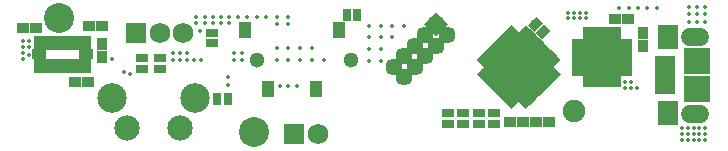
<source format=gbr>
G04 #@! TF.GenerationSoftware,KiCad,Pcbnew,(2016-12-18 revision 3ffa37c)-master*
G04 #@! TF.CreationDate,2017-04-07T22:16:59-07:00*
G04 #@! TF.ProjectId,Pensel,50656E73656C2E6B696361645F706362,rev?*
G04 #@! TF.FileFunction,Soldermask,Top*
G04 #@! TF.FilePolarity,Negative*
%FSLAX46Y46*%
G04 Gerber Fmt 4.6, Leading zero omitted, Abs format (unit mm)*
G04 Created by KiCad (PCBNEW (2016-12-18 revision 3ffa37c)-master) date Friday, April 07, 2017 'PMt' 10:16:59 PM*
%MOMM*%
%LPD*%
G01*
G04 APERTURE LIST*
%ADD10C,0.100000*%
%ADD11C,0.350000*%
%ADD12C,0.800000*%
%ADD13C,1.450000*%
%ADD14R,1.750000X0.800000*%
%ADD15R,1.800000X2.000000*%
%ADD16R,2.300000X2.300000*%
%ADD17O,2.400000X1.520000*%
%ADD18R,1.000000X0.800000*%
%ADD19C,0.650000*%
%ADD20C,2.125000*%
%ADD21R,0.900000X1.000000*%
%ADD22C,2.500000*%
%ADD23C,2.150000*%
%ADD24R,1.100000X1.400000*%
%ADD25C,1.300000*%
%ADD26R,1.000000X0.900000*%
%ADD27R,1.750000X1.750000*%
%ADD28C,1.750000*%
%ADD29R,0.800000X1.000000*%
%ADD30R,1.200000X0.900000*%
%ADD31R,0.900000X1.200000*%
%ADD32R,1.250000X0.700000*%
%ADD33R,0.700000X1.250000*%
%ADD34R,1.700000X1.700000*%
%ADD35C,1.900000*%
%ADD36C,2.540000*%
G04 APERTURE END LIST*
D10*
D11*
X107775000Y-139250000D03*
X108475000Y-139250000D03*
X109175000Y-139250000D03*
X109175000Y-139825000D03*
X108475000Y-139825000D03*
X107775000Y-140475000D03*
X107775000Y-139825000D03*
X108475000Y-140475000D03*
X109175000Y-140475000D03*
X66425000Y-141275000D03*
X68800000Y-145200000D03*
X68800000Y-145800000D03*
X60000000Y-144700000D03*
D12*
X94800000Y-140700000D03*
D10*
G36*
X95436396Y-140629289D02*
X94729289Y-141336396D01*
X94163604Y-140770711D01*
X94870711Y-140063604D01*
X95436396Y-140629289D01*
X95436396Y-140629289D01*
G37*
D12*
X95436396Y-141336396D03*
D10*
G36*
X96072792Y-141265685D02*
X95365685Y-141972792D01*
X94800000Y-141407107D01*
X95507107Y-140700000D01*
X96072792Y-141265685D01*
X96072792Y-141265685D01*
G37*
D11*
X83700000Y-140800000D03*
X82700000Y-140800000D03*
X82700000Y-141800000D03*
D13*
X86396051Y-140703949D03*
D10*
G36*
X85370746Y-140703949D02*
X86396051Y-139678644D01*
X87421356Y-140703949D01*
X86396051Y-141729254D01*
X85370746Y-140703949D01*
X85370746Y-140703949D01*
G37*
D13*
X85498025Y-141601975D03*
X84600000Y-142500000D03*
X83701974Y-143398026D03*
X82803949Y-144296051D03*
X86396051Y-142500000D03*
X85498025Y-143398026D03*
X84600000Y-144296051D03*
X83701974Y-145194077D03*
X87294077Y-141601975D03*
D11*
X68900000Y-140600000D03*
X68200000Y-140600000D03*
X67500000Y-140600000D03*
X66800000Y-140600000D03*
X66100000Y-140600000D03*
X66100000Y-140100000D03*
X66800000Y-140100000D03*
X67500000Y-140100000D03*
X68200000Y-140100000D03*
X68900000Y-140100000D03*
X69600000Y-140100000D03*
X70400000Y-140100000D03*
X71200000Y-140100000D03*
X72000000Y-140100000D03*
X70000000Y-143100000D03*
X69300000Y-143100000D03*
X69300000Y-143700000D03*
X70000000Y-143700000D03*
X59000000Y-143600000D03*
X64100000Y-143100000D03*
X64700000Y-143100000D03*
X65300000Y-143100000D03*
X66500000Y-143700000D03*
X65900000Y-143700000D03*
X65300000Y-143700000D03*
X64700000Y-143700000D03*
X64100000Y-143700000D03*
X74600000Y-145900000D03*
X73900000Y-145900000D03*
X73200000Y-145900000D03*
X105100000Y-139300000D03*
X102900000Y-145600000D03*
X102400000Y-145600000D03*
X102400000Y-146100000D03*
X102900000Y-146100000D03*
X103400000Y-146100000D03*
X107200000Y-150500000D03*
X107700000Y-150500000D03*
X108200000Y-150500000D03*
X108700000Y-150500000D03*
X109200000Y-150500000D03*
X109200000Y-150000000D03*
X108700000Y-150000000D03*
X108200000Y-150000000D03*
X107700000Y-150000000D03*
X107200000Y-150000000D03*
X107200000Y-149500000D03*
X107700000Y-149500000D03*
X73900000Y-140100000D03*
X72900000Y-140100000D03*
X73900000Y-140700000D03*
X81700000Y-140800000D03*
X80700000Y-140800000D03*
X81700000Y-141800000D03*
X80700000Y-141800000D03*
X81700000Y-142800000D03*
X80700000Y-142800000D03*
X81700000Y-143800000D03*
X80700000Y-143800000D03*
X72900000Y-143700000D03*
X72900000Y-140700000D03*
X75900000Y-142700000D03*
X74900000Y-142700000D03*
X73900000Y-142700000D03*
X72900000Y-142700000D03*
X76900000Y-143700000D03*
X75900000Y-143700000D03*
X74900000Y-143700000D03*
X73900000Y-143700000D03*
X51900000Y-143300000D03*
X51900000Y-142600000D03*
X51900000Y-142100000D03*
X51400000Y-142100000D03*
X51400000Y-142600000D03*
X51400000Y-143100000D03*
X51400000Y-143600000D03*
X60500000Y-144900000D03*
X97600000Y-139700000D03*
X98100000Y-139700000D03*
X98600000Y-139700000D03*
X99100000Y-139700000D03*
X99100000Y-140200000D03*
X98600000Y-140200000D03*
X98100000Y-140200000D03*
X97600000Y-140200000D03*
X104300000Y-139300000D03*
X103500000Y-139300000D03*
X102700000Y-139300000D03*
X101900000Y-139300000D03*
X94100000Y-143100000D03*
X93700000Y-143100000D03*
X93300000Y-143100000D03*
X92900000Y-143100000D03*
X92100000Y-143500000D03*
X92500000Y-143500000D03*
X92900000Y-143500000D03*
X93300000Y-143500000D03*
X93700000Y-143500000D03*
X94100000Y-143500000D03*
X94500000Y-143500000D03*
X94900000Y-143900000D03*
X94500000Y-143900000D03*
X94100000Y-143900000D03*
X93700000Y-143900000D03*
X93300000Y-143900000D03*
X92900000Y-143900000D03*
X92500000Y-143900000D03*
X92100000Y-143900000D03*
X91700000Y-143900000D03*
X101400000Y-143700000D03*
X101000000Y-143700000D03*
X100600000Y-143700000D03*
X100200000Y-143700000D03*
X99800000Y-143700000D03*
X99400000Y-143700000D03*
X99400000Y-144100000D03*
X99800000Y-144100000D03*
X100200000Y-144100000D03*
X100600000Y-144100000D03*
X101000000Y-144100000D03*
X101400000Y-144100000D03*
X101400000Y-144500000D03*
X101000000Y-144500000D03*
X100600000Y-144500000D03*
X100200000Y-144500000D03*
X99800000Y-144500000D03*
X99400000Y-144500000D03*
X109200000Y-149500000D03*
X108700000Y-149500000D03*
X108200000Y-149500000D03*
D14*
X105825000Y-143700000D03*
X105825000Y-144350000D03*
X105825000Y-146300000D03*
X105825000Y-145650000D03*
D15*
X106050000Y-148200000D03*
D16*
X108500000Y-146200000D03*
D17*
X108300000Y-148255000D03*
X108300000Y-141745000D03*
D16*
X108500000Y-143800000D03*
D15*
X106050000Y-141800000D03*
D14*
X105825000Y-145000000D03*
D18*
X91300000Y-149150000D03*
X91300000Y-148250000D03*
D19*
X92940381Y-141365507D03*
D10*
G36*
X92321663Y-141206408D02*
X92781282Y-140746789D01*
X93559099Y-141524606D01*
X93099480Y-141984225D01*
X92321663Y-141206408D01*
X92321663Y-141206408D01*
G37*
D19*
X92586827Y-141719060D03*
D10*
G36*
X91968109Y-141559961D02*
X92427728Y-141100342D01*
X93205545Y-141878159D01*
X92745926Y-142337778D01*
X91968109Y-141559961D01*
X91968109Y-141559961D01*
G37*
D19*
X92233274Y-142072614D03*
D10*
G36*
X91614556Y-141913515D02*
X92074175Y-141453896D01*
X92851992Y-142231713D01*
X92392373Y-142691332D01*
X91614556Y-141913515D01*
X91614556Y-141913515D01*
G37*
D19*
X91879720Y-142426167D03*
D10*
G36*
X91261002Y-142267068D02*
X91720621Y-141807449D01*
X92498438Y-142585266D01*
X92038819Y-143044885D01*
X91261002Y-142267068D01*
X91261002Y-142267068D01*
G37*
D19*
X91526167Y-142779720D03*
D10*
G36*
X90907449Y-142620621D02*
X91367068Y-142161002D01*
X92144885Y-142938819D01*
X91685266Y-143398438D01*
X90907449Y-142620621D01*
X90907449Y-142620621D01*
G37*
D19*
X91172614Y-143133274D03*
D10*
G36*
X90553896Y-142974175D02*
X91013515Y-142514556D01*
X91791332Y-143292373D01*
X91331713Y-143751992D01*
X90553896Y-142974175D01*
X90553896Y-142974175D01*
G37*
D19*
X90819060Y-143486827D03*
D10*
G36*
X90200342Y-143327728D02*
X90659961Y-142868109D01*
X91437778Y-143645926D01*
X90978159Y-144105545D01*
X90200342Y-143327728D01*
X90200342Y-143327728D01*
G37*
D19*
X90465507Y-143840381D03*
D10*
G36*
X89846789Y-143681282D02*
X90306408Y-143221663D01*
X91084225Y-143999480D01*
X90624606Y-144459099D01*
X89846789Y-143681282D01*
X89846789Y-143681282D01*
G37*
D19*
X90465507Y-144759619D03*
D10*
G36*
X90306408Y-145378337D02*
X89846789Y-144918718D01*
X90624606Y-144140901D01*
X91084225Y-144600520D01*
X90306408Y-145378337D01*
X90306408Y-145378337D01*
G37*
D19*
X90819060Y-145113173D03*
D10*
G36*
X90659961Y-145731891D02*
X90200342Y-145272272D01*
X90978159Y-144494455D01*
X91437778Y-144954074D01*
X90659961Y-145731891D01*
X90659961Y-145731891D01*
G37*
D19*
X91172614Y-145466726D03*
D10*
G36*
X91013515Y-146085444D02*
X90553896Y-145625825D01*
X91331713Y-144848008D01*
X91791332Y-145307627D01*
X91013515Y-146085444D01*
X91013515Y-146085444D01*
G37*
D19*
X91526167Y-145820280D03*
D10*
G36*
X91367068Y-146438998D02*
X90907449Y-145979379D01*
X91685266Y-145201562D01*
X92144885Y-145661181D01*
X91367068Y-146438998D01*
X91367068Y-146438998D01*
G37*
D19*
X91879720Y-146173833D03*
D10*
G36*
X91720621Y-146792551D02*
X91261002Y-146332932D01*
X92038819Y-145555115D01*
X92498438Y-146014734D01*
X91720621Y-146792551D01*
X91720621Y-146792551D01*
G37*
D19*
X92233274Y-146527386D03*
D10*
G36*
X92074175Y-147146104D02*
X91614556Y-146686485D01*
X92392373Y-145908668D01*
X92851992Y-146368287D01*
X92074175Y-147146104D01*
X92074175Y-147146104D01*
G37*
D19*
X92586827Y-146880940D03*
D10*
G36*
X92427728Y-147499658D02*
X91968109Y-147040039D01*
X92745926Y-146262222D01*
X93205545Y-146721841D01*
X92427728Y-147499658D01*
X92427728Y-147499658D01*
G37*
D19*
X92940381Y-147234493D03*
D10*
G36*
X92781282Y-147853211D02*
X92321663Y-147393592D01*
X93099480Y-146615775D01*
X93559099Y-147075394D01*
X92781282Y-147853211D01*
X92781282Y-147853211D01*
G37*
D19*
X93859619Y-147234493D03*
D10*
G36*
X93240901Y-147075394D02*
X93700520Y-146615775D01*
X94478337Y-147393592D01*
X94018718Y-147853211D01*
X93240901Y-147075394D01*
X93240901Y-147075394D01*
G37*
D19*
X94213173Y-146880940D03*
D10*
G36*
X93594455Y-146721841D02*
X94054074Y-146262222D01*
X94831891Y-147040039D01*
X94372272Y-147499658D01*
X93594455Y-146721841D01*
X93594455Y-146721841D01*
G37*
D19*
X94566726Y-146527386D03*
D10*
G36*
X93948008Y-146368287D02*
X94407627Y-145908668D01*
X95185444Y-146686485D01*
X94725825Y-147146104D01*
X93948008Y-146368287D01*
X93948008Y-146368287D01*
G37*
D19*
X94920280Y-146173833D03*
D10*
G36*
X94301562Y-146014734D02*
X94761181Y-145555115D01*
X95538998Y-146332932D01*
X95079379Y-146792551D01*
X94301562Y-146014734D01*
X94301562Y-146014734D01*
G37*
D19*
X95273833Y-145820280D03*
D10*
G36*
X94655115Y-145661181D02*
X95114734Y-145201562D01*
X95892551Y-145979379D01*
X95432932Y-146438998D01*
X94655115Y-145661181D01*
X94655115Y-145661181D01*
G37*
D19*
X95627386Y-145466726D03*
D10*
G36*
X95008668Y-145307627D02*
X95468287Y-144848008D01*
X96246104Y-145625825D01*
X95786485Y-146085444D01*
X95008668Y-145307627D01*
X95008668Y-145307627D01*
G37*
D19*
X95980940Y-145113173D03*
D10*
G36*
X95362222Y-144954074D02*
X95821841Y-144494455D01*
X96599658Y-145272272D01*
X96140039Y-145731891D01*
X95362222Y-144954074D01*
X95362222Y-144954074D01*
G37*
D19*
X96334493Y-144759619D03*
D10*
G36*
X95715775Y-144600520D02*
X96175394Y-144140901D01*
X96953211Y-144918718D01*
X96493592Y-145378337D01*
X95715775Y-144600520D01*
X95715775Y-144600520D01*
G37*
D19*
X96334493Y-143840381D03*
D10*
G36*
X96175394Y-144459099D02*
X95715775Y-143999480D01*
X96493592Y-143221663D01*
X96953211Y-143681282D01*
X96175394Y-144459099D01*
X96175394Y-144459099D01*
G37*
D19*
X95980940Y-143486827D03*
D10*
G36*
X95821841Y-144105545D02*
X95362222Y-143645926D01*
X96140039Y-142868109D01*
X96599658Y-143327728D01*
X95821841Y-144105545D01*
X95821841Y-144105545D01*
G37*
D19*
X95627386Y-143133274D03*
D10*
G36*
X95468287Y-143751992D02*
X95008668Y-143292373D01*
X95786485Y-142514556D01*
X96246104Y-142974175D01*
X95468287Y-143751992D01*
X95468287Y-143751992D01*
G37*
D19*
X95273833Y-142779720D03*
D10*
G36*
X95114734Y-143398438D02*
X94655115Y-142938819D01*
X95432932Y-142161002D01*
X95892551Y-142620621D01*
X95114734Y-143398438D01*
X95114734Y-143398438D01*
G37*
D19*
X94920280Y-142426167D03*
D10*
G36*
X94761181Y-143044885D02*
X94301562Y-142585266D01*
X95079379Y-141807449D01*
X95538998Y-142267068D01*
X94761181Y-143044885D01*
X94761181Y-143044885D01*
G37*
D19*
X94566726Y-142072614D03*
D10*
G36*
X94407627Y-142691332D02*
X93948008Y-142231713D01*
X94725825Y-141453896D01*
X95185444Y-141913515D01*
X94407627Y-142691332D01*
X94407627Y-142691332D01*
G37*
D19*
X94213173Y-141719060D03*
D10*
G36*
X94054074Y-142337778D02*
X93594455Y-141878159D01*
X94372272Y-141100342D01*
X94831891Y-141559961D01*
X94054074Y-142337778D01*
X94054074Y-142337778D01*
G37*
D19*
X93859619Y-141365507D03*
D10*
G36*
X93700520Y-141984225D02*
X93240901Y-141524606D01*
X94018718Y-140746789D01*
X94478337Y-141206408D01*
X93700520Y-141984225D01*
X93700520Y-141984225D01*
G37*
D20*
X93400000Y-145519759D03*
D10*
G36*
X91897398Y-145519759D02*
X93400000Y-144017157D01*
X94902602Y-145519759D01*
X93400000Y-147022361D01*
X91897398Y-145519759D01*
X91897398Y-145519759D01*
G37*
D20*
X94619759Y-144300000D03*
D10*
G36*
X93117157Y-144300000D02*
X94619759Y-142797398D01*
X96122361Y-144300000D01*
X94619759Y-145802602D01*
X93117157Y-144300000D01*
X93117157Y-144300000D01*
G37*
D20*
X92180241Y-144300000D03*
D10*
G36*
X90677639Y-144300000D02*
X92180241Y-142797398D01*
X93682843Y-144300000D01*
X92180241Y-145802602D01*
X90677639Y-144300000D01*
X90677639Y-144300000D01*
G37*
D20*
X93400000Y-143080241D03*
D10*
G36*
X91897398Y-143080241D02*
X93400000Y-141577639D01*
X94902602Y-143080241D01*
X93400000Y-144582843D01*
X91897398Y-143080241D01*
X91897398Y-143080241D01*
G37*
D18*
X87400000Y-148250000D03*
X87400000Y-149150000D03*
D21*
X103886000Y-141436000D03*
X103886000Y-142536000D03*
D22*
X58940000Y-146960000D03*
D23*
X60200000Y-149450000D03*
X64700000Y-149450000D03*
D22*
X65950000Y-146960000D03*
D24*
X72200000Y-146200000D03*
X70200000Y-141200000D03*
X76200000Y-146200000D03*
X78200000Y-141200000D03*
D25*
X79200000Y-143700000D03*
X71200000Y-143700000D03*
D21*
X58125000Y-143500000D03*
X58125000Y-142400000D03*
D26*
X51450000Y-141000000D03*
X52550000Y-141000000D03*
X58125000Y-140850000D03*
X57025000Y-140850000D03*
X56900000Y-145625000D03*
X55800000Y-145625000D03*
X93750000Y-149000000D03*
X92650000Y-149000000D03*
X102658000Y-140208000D03*
X101558000Y-140208000D03*
D18*
X88700000Y-148250000D03*
X88700000Y-149150000D03*
X90000000Y-149150000D03*
X90000000Y-148250000D03*
D27*
X61000000Y-141400000D03*
D28*
X63000000Y-141400000D03*
X65000000Y-141400000D03*
D18*
X61500000Y-143550000D03*
X61500000Y-144450000D03*
X63000000Y-144450000D03*
X63000000Y-143550000D03*
X67400000Y-142300000D03*
X67400000Y-141400000D03*
D29*
X68750000Y-147000000D03*
X67850000Y-147000000D03*
X78850000Y-139900000D03*
X79750000Y-139900000D03*
D30*
X56775000Y-143250000D03*
X52775000Y-143250000D03*
D31*
X56775000Y-144250000D03*
X55975000Y-144250000D03*
X55175000Y-144250000D03*
X54375000Y-144250000D03*
X53575000Y-144250000D03*
X52775000Y-144250000D03*
X52775000Y-142250000D03*
X53575000Y-142250000D03*
X54375000Y-142250000D03*
X55175000Y-142250000D03*
X55975000Y-142250000D03*
X56775000Y-142250000D03*
D32*
X102390000Y-144750000D03*
X102390000Y-144250000D03*
X102390000Y-143750000D03*
X102390000Y-143250000D03*
X102390000Y-142750000D03*
X102390000Y-142250000D03*
D33*
X101690000Y-141550000D03*
X101190000Y-141550000D03*
X100690000Y-141550000D03*
X100190000Y-141550000D03*
X99690000Y-141550000D03*
X99190000Y-141550000D03*
D32*
X98490000Y-142250000D03*
X98490000Y-142750000D03*
X98490000Y-143250000D03*
X98490000Y-143750000D03*
X98490000Y-144250000D03*
X98490000Y-144750000D03*
D33*
X99190000Y-145450000D03*
X99690000Y-145450000D03*
X100190000Y-145450000D03*
X100690000Y-145450000D03*
X101190000Y-145450000D03*
X101690000Y-145450000D03*
D34*
X99790000Y-142850000D03*
X99790000Y-144150000D03*
X101090000Y-142850000D03*
X101090000Y-144150000D03*
D26*
X94900000Y-149000000D03*
X96000000Y-149000000D03*
D35*
X98100000Y-148000000D03*
D36*
X54500000Y-140200000D03*
X71000000Y-149850000D03*
D27*
X74400000Y-150000000D03*
D28*
X76400000Y-150000000D03*
M02*

</source>
